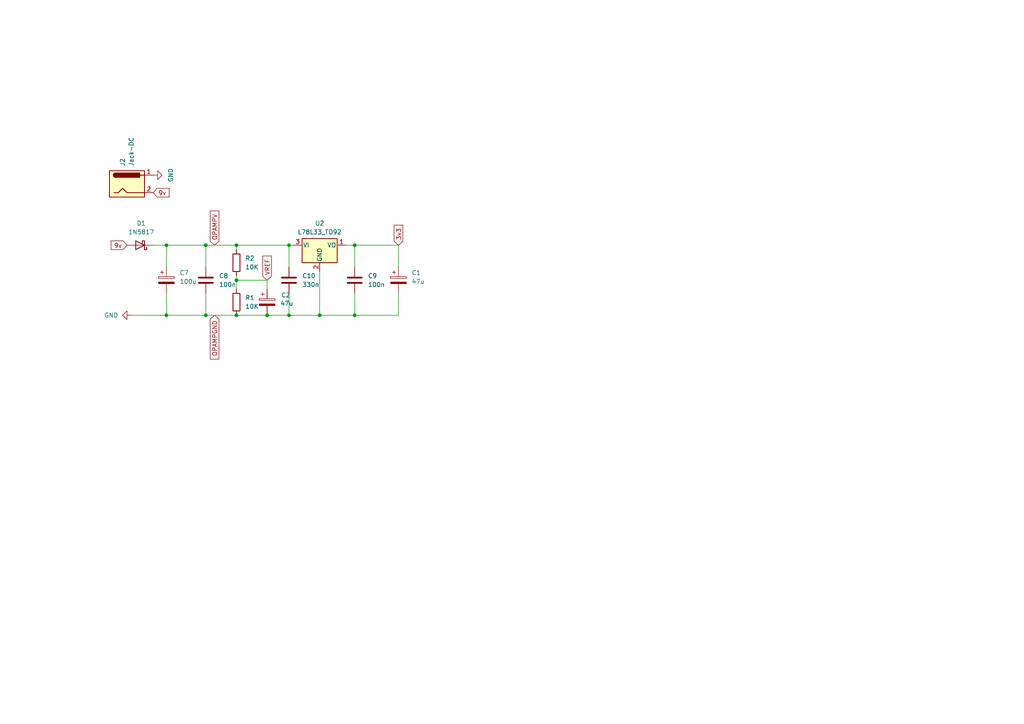
<source format=kicad_sch>
(kicad_sch (version 20231120) (generator "eeschema") (generator_version "8.0")
  (paper "A4")
  (lib_symbols
    (symbol "Connector:Jack-DC" (pin_names (offset 1.016))
      (property "Reference" "J" (at 0 5.334 0))
      (property "Value" "Jack-DC" (at 0 -5.08 0))
      (symbol "Jack-DC_0_1"
        (rectangle (start -5.08 3.81) (end 5.08 -3.81) (stroke (width 0.254)) (fill (type background)))
        (arc (start -3.302 3.175) (mid -3.9343 2.54) (end -3.302 1.905) (stroke (width 0.254)))
        (arc (start -3.302 3.175) (mid -3.9343 2.54) (end -3.302 1.905) (stroke (width 0.254)) (fill (type outline)))
        (polyline (pts (xy 5.08 2.54) (xy 3.81 2.54)) (stroke (width 0.254)))
        (polyline (pts (xy -3.81 -2.54) (xy -2.54 -2.54) (xy -1.27 -1.27) (xy 0 -2.54) (xy 2.54 -2.54) (xy 5.08 -2.54)) (stroke (width 0.254)))
        (rectangle (start 3.683 3.175) (end -3.302 1.905) (stroke (width 0.254)) (fill (type outline)))
      )
      (symbol "Jack-DC_1_1"
        (pin passive line (at 7.62 2.54 180) (length 2.54) (name "~") (number "1"))
        (pin passive line (at 7.62 -2.54 180) (length 2.54) (name "~") (number "2"))
      )
    )
    (symbol "Device:C" (pin_numbers hide) (pin_names (offset 0.254))
      (property "Reference" "C" (at 0.635 2.54 0))
      (property "Value" "C" (at 0.635 -2.54 0))
      (symbol "C_0_1"
        (polyline (pts (xy -2.032 -0.762) (xy 2.032 -0.762)) (stroke (width 0.508)))
        (polyline (pts (xy -2.032 0.762) (xy 2.032 0.762)) (stroke (width 0.508)))
      )
      (symbol "C_1_1"
        (pin passive line (at 0 3.81 270) (length 2.794) (name "~") (number "1"))
        (pin passive line (at 0 -3.81 90) (length 2.794) (name "~") (number "2"))
      )
    )
    (symbol "Device:C_Polarized" (pin_numbers hide) (pin_names (offset 0.254))
      (property "Reference" "C" (at 0.635 2.54 0))
      (property "Value" "C_Polarized" (at 0.635 -2.54 0))
      (symbol "C_Polarized_0_1"
        (rectangle (start -2.286 0.508) (end 2.286 1.016))
        (polyline (pts (xy -1.778 2.286) (xy -0.762 2.286)))
        (polyline (pts (xy -1.27 2.794) (xy -1.27 1.778)))
        (rectangle (start 2.286 -0.508) (end -2.286 -1.016) (fill (type outline)))
      )
      (symbol "C_Polarized_1_1"
        (pin passive line (at 0 3.81 270) (length 2.794) (name "~") (number "1"))
        (pin passive line (at 0 -3.81 90) (length 2.794) (name "~") (number "2"))
      )
    )
    (symbol "Device:R" (pin_numbers hide) (pin_names (offset 0))
      (property "Reference" "R" (at 2.032 0 90))
      (property "Value" "R" (at 0 0 90))
      (symbol "R_0_1"
        (rectangle (start -1.016 -2.54) (end 1.016 2.54) (stroke (width 0.254)))
      )
      (symbol "R_1_1"
        (pin passive line (at 0 3.81 270) (length 1.27) (name "~") (number "1"))
        (pin passive line (at 0 -3.81 90) (length 1.27) (name "~") (number "2"))
      )
    )
    (symbol "Diode:1N5817" (pin_numbers hide) (pin_names (offset 1.016) hide)
      (property "Reference" "D" (at 0 2.54 0))
      (property "Value" "1N5817" (at 0 -2.54 0))
      (symbol "1N5817_0_1"
        (polyline (pts (xy 1.27 0) (xy -1.27 0)))
        (polyline (pts (xy 1.27 1.27) (xy 1.27 -1.27) (xy -1.27 0) (xy 1.27 1.27)) (stroke (width 0.254)))
        (polyline (pts (xy -1.905 0.635) (xy -1.905 1.27) (xy -1.27 1.27) (xy -1.27 -1.27) (xy -0.635 -1.27) (xy -0.635 -0.635)) (stroke (width 0.254)))
      )
      (symbol "1N5817_1_1"
        (pin passive line (at -3.81 0 0) (length 2.54) (name "K") (number "1"))
        (pin passive line (at 3.81 0 180) (length 2.54) (name "A") (number "2"))
      )
    )
    (symbol "Regulator_Linear:L78L33_TO92" (pin_names (offset 0.254))
      (property "Reference" "U" (at -3.81 3.175 0))
      (property "Value" "L78L33_TO92" (at 0 3.175 0))
      (symbol "L78L33_TO92_0_1"
        (rectangle (start -5.08 -5.08) (end 5.08 1.905) (stroke (width 0.254)) (fill (type background)))
      )
      (symbol "L78L33_TO92_1_1"
        (pin power_out line (at 7.62 0 180) (length 2.54) (name "VO") (number "1"))
        (pin power_in line (at 0 -7.62 90) (length 2.54) (name "GND") (number "2"))
        (pin power_in line (at -7.62 0 0) (length 2.54) (name "VI") (number "3"))
      )
    )
    (symbol "power:GND" (power) (pin_numbers hide) (pin_names (offset 0) hide)
      (property "Value" "GND" (at 0 -3.81 0))
      (symbol "GND_0_1"
        (polyline (pts (xy 0 0) (xy 0 -1.27) (xy 1.27 -1.27) (xy 0 -2.54) (xy -1.27 -1.27) (xy 0 -1.27)))
      )
      (symbol "GND_1_1"
        (pin power_in line (at 0 0 270) (length 0) (name "~") (number "1"))
      )
    )
  )
  (junction (at 59.69 91.44))
  (junction (at 83.82 91.44))
  (junction (at 68.58 91.44))
  (junction (at 102.87 71.12))
  (junction (at 68.58 71.12))
  (junction (at 59.69 71.12))
  (junction (at 48.26 91.44))
  (junction (at 48.26 71.12))
  (junction (at 83.82 71.12))
  (junction (at 92.71 91.44))
  (junction (at 68.58 81.28))
  (junction (at 77.47 91.44))
  (junction (at 102.87 91.44))
  (wire (pts (xy 68.58 81.28) (xy 68.58 83.82)))
  (wire (pts (xy 77.47 91.44) (xy 83.82 91.44)))
  (wire (pts (xy 115.57 77.47) (xy 115.57 71.12)))
  (wire (pts (xy 59.69 71.12) (xy 68.58 71.12)))
  (wire (pts (xy 83.82 71.12) (xy 83.82 77.47)))
  (wire (pts (xy 102.87 85.09) (xy 102.87 91.44)))
  (wire (pts (xy 102.87 71.12) (xy 115.57 71.12)))
  (wire (pts (xy 59.69 91.44) (xy 68.58 91.44)))
  (wire (pts (xy 68.58 91.44) (xy 77.47 91.44)))
  (wire (pts (xy 48.26 71.12) (xy 48.26 77.47)))
  (wire (pts (xy 48.26 91.44) (xy 59.69 91.44)))
  (wire (pts (xy 115.57 85.09) (xy 115.57 91.44)))
  (wire (pts (xy 92.71 91.44) (xy 102.87 91.44)))
  (wire (pts (xy 48.26 71.12) (xy 59.69 71.12)))
  (wire (pts (xy 77.47 81.28) (xy 77.47 83.82)))
  (wire (pts (xy 83.82 85.09) (xy 83.82 91.44)))
  (wire (pts (xy 68.58 81.28) (xy 77.47 81.28)))
  (wire (pts (xy 44.45 71.12) (xy 48.26 71.12)))
  (wire (pts (xy 68.58 71.12) (xy 83.82 71.12)))
  (wire (pts (xy 83.82 91.44) (xy 92.71 91.44)))
  (wire (pts (xy 59.69 71.12) (xy 59.69 77.47)))
  (wire (pts (xy 38.1 91.44) (xy 48.26 91.44)))
  (wire (pts (xy 48.26 85.09) (xy 48.26 91.44)))
  (wire (pts (xy 92.71 91.44) (xy 92.71 78.74)))
  (wire (pts (xy 68.58 80.01) (xy 68.58 81.28)))
  (wire (pts (xy 59.69 85.09) (xy 59.69 91.44)))
  (wire (pts (xy 102.87 91.44) (xy 115.57 91.44)))
  (wire (pts (xy 83.82 71.12) (xy 85.09 71.12)))
  (wire (pts (xy 102.87 71.12) (xy 102.87 77.47)))
  (wire (pts (xy 68.58 71.12) (xy 68.58 72.39)))
  (wire (pts (xy 100.33 71.12) (xy 102.87 71.12)))
  (global_label "3v3" (shape input) (at 115.57 71.12 90) (property "Intersheetrefs" "${INTERSHEET_REFS}" (effects (hide yes))))
  (global_label "VREF" (shape input) (at 77.47 81.28 90) (property "Intersheetrefs" "${INTERSHEET_REFS}" (effects (hide yes))))
  (global_label "OPAMPGND" (shape input) (at 62.23 91.44 270) (property "Intersheetrefs" "${INTERSHEET_REFS}" (effects (hide yes))))
  (global_label "OPAMPV" (shape input) (at 62.23 71.12 90) (property "Intersheetrefs" "${INTERSHEET_REFS}" (effects (hide yes))))
  (global_label "9v" (shape input) (at 36.83 71.12 180) (property "Intersheetrefs" "${INTERSHEET_REFS}" (effects (hide yes))))
  (global_label "9v" (shape input) (at 44.45 55.88 0) (property "Intersheetrefs" "${INTERSHEET_REFS}" (effects (hide yes))))
  (symbol (lib_id "Device:C") (at 83.82 81.28 0) (unit 1)
    (property "Reference" "C10" (at 87.63 80.0099 0) (effects (justify left)))
    (property "Value" "330n" (at 87.63 82.5499 0) (effects (justify left)))
    (property "Footprint" "Capacitor_THT:C_Disc_D3.0mm_W2.0mm_P2.50mm" (effects (hide yes)))
    (property "Description" "Unpolarized capacitor" (effects (hide yes)))
  )
  (symbol (lib_id "Device:C_Polarized") (at 115.57 81.28 0) (unit 1)
    (property "Reference" "C1" (at 119.38 79.1209 0) (effects (justify left)))
    (property "Value" "47u" (at 119.38 81.6609 0) (effects (justify left)))
    (property "Footprint" "Capacitor_THT:C_Disc_D3.0mm_W2.0mm_P2.50mm" (effects (hide yes)))
    (property "Description" "Polarized capacitor" (effects (hide yes)))
  )
  (symbol (lib_id "power:GND") (at 38.1 91.44 270) (unit 1)
    (property "Reference" "#PWR02" (effects (hide yes)))
    (property "Value" "GND" (at 34.29 91.4399 90) (effects (justify right)))
    (property "Description" "Power symbol creates a global label with name \"GND\" , ground" (effects (hide yes)))
  )
  (symbol (lib_id "Device:C") (at 59.69 81.28 0) (unit 1)
    (property "Reference" "C8" (at 63.5 80.0099 0) (effects (justify left)))
    (property "Value" "100n" (at 63.5 82.5499 0) (effects (justify left)))
    (property "Footprint" "Capacitor_THT:C_Disc_D3.0mm_W2.0mm_P2.50mm" (effects (hide yes)))
    (property "Description" "Unpolarized capacitor" (effects (hide yes)))
  )
  (symbol (lib_id "power:GND") (at 44.45 50.8 90) (unit 1)
    (property "Reference" "#PWR019" (effects (hide yes)))
    (property "Value" "GND" (at 49.53 50.8 0))
    (property "Description" "Power symbol creates a global label with name \"GND\" , ground" (effects (hide yes)))
  )
  (symbol (lib_id "Diode:1N5817") (at 40.64 71.12 180) (unit 1)
    (property "Reference" "D1" (at 40.9575 64.77 0))
    (property "Value" "1N5817" (at 40.9575 67.31 0))
    (property "Footprint" "Diode_THT:D_DO-41_SOD81_P10.16mm_Horizontal" (effects (hide yes)))
    (property "Datasheet" "http://www.vishay.com/docs/88525/1n5817.pdf" (effects (hide yes)))
    (property "Description" "20V 1A Schottky Barrier Rectifier Diode, DO-41" (effects (hide yes)))
  )
  (symbol (lib_id "Device:R") (at 68.58 87.63 0) (unit 1)
    (property "Reference" "R1" (at 71.12 86.3599 0) (effects (justify left)))
    (property "Value" "10K" (at 71.12 88.8999 0) (effects (justify left)))
    (property "Footprint" "PCM_Resistor_SMD_AKL:R_1210_3225Metric_Pad1.42x2.65mm_HandSolder" (effects (hide yes)))
    (property "Description" "Resistor" (effects (hide yes)))
  )
  (symbol (lib_id "Connector:Jack-DC") (at 36.83 53.34 0) (unit 1)
    (property "Reference" "J2" (at 35.5599 48.26 90) (effects (justify left)))
    (property "Value" "Jack-DC" (at 38.0999 48.26 90) (effects (justify left)))
    (property "Footprint" "Connector_BarrelJack:BarrelJack_CUI_PJ-063AH_Horizontal" (effects (hide yes)))
    (property "Description" "DC Barrel Jack" (effects (hide yes)))
  )
  (symbol (lib_id "Device:C_Polarized") (at 48.26 81.28 0) (unit 1)
    (property "Reference" "C7" (at 52.07 79.1209 0) (effects (justify left)))
    (property "Value" "100u" (at 52.07 81.6609 0) (effects (justify left)))
    (property "Footprint" "Capacitor_THT:C_Disc_D3.0mm_W2.0mm_P2.50mm" (effects (hide yes)))
    (property "Description" "Polarized capacitor" (effects (hide yes)))
  )
  (symbol (lib_id "Device:C_Polarized") (at 77.47 87.63 0) (unit 1)
    (property "Reference" "C2" (at 81.534 85.598 0) (effects (justify left)))
    (property "Value" "47u" (at 81.28 88.0109 0) (effects (justify left)))
    (property "Footprint" "Capacitor_THT:C_Disc_D3.0mm_W2.0mm_P2.50mm" (effects (hide yes)))
    (property "Description" "Polarized capacitor" (effects (hide yes)))
  )
  (symbol (lib_id "Regulator_Linear:L78L33_TO92") (at 92.71 71.12 0) (unit 1)
    (property "Reference" "U2" (at 92.71 64.77 0))
    (property "Value" "L78L33_TO92" (at 92.71 67.31 0))
    (property "Footprint" "Package_TO_SOT_THT:TO-92_Inline" (effects (hide yes)))
    (property "Datasheet" "http://www.st.com/content/ccc/resource/technical/document/datasheet/15/55/e5/aa/23/5b/43/fd/CD00000446.pdf/files/CD00000446.pdf/jcr:content/translations/en.CD00000446.pdf" (effects (hide yes)))
    (property "Description" "Positive 100mA 30V Linear Regulator, Fixed Output 3.3V, TO-92" (effects (hide yes)))
  )
  (symbol (lib_id "Device:C") (at 102.87 81.28 0) (unit 1)
    (property "Reference" "C9" (at 106.68 80.0099 0) (effects (justify left)))
    (property "Value" "100n" (at 106.68 82.5499 0) (effects (justify left)))
    (property "Footprint" "Capacitor_THT:C_Disc_D3.0mm_W2.0mm_P2.50mm" (effects (hide yes)))
    (property "Description" "Unpolarized capacitor" (effects (hide yes)))
  )
  (symbol (lib_id "Device:R") (at 68.58 76.2 0) (unit 1)
    (property "Reference" "R2" (at 71.12 74.9299 0) (effects (justify left)))
    (property "Value" "10K" (at 71.12 77.4699 0) (effects (justify left)))
    (property "Footprint" "PCM_Resistor_SMD_AKL:R_1210_3225Metric_Pad1.42x2.65mm_HandSolder" (effects (hide yes)))
    (property "Description" "Resistor" (effects (hide yes)))
  )
)
</source>
